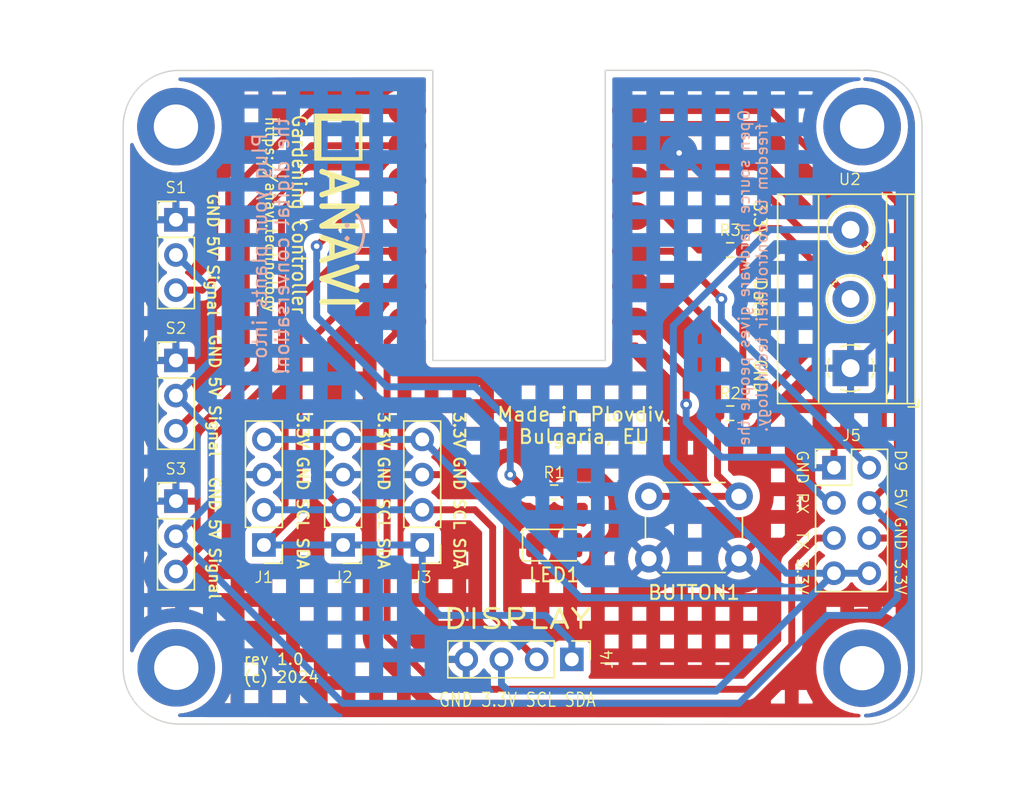
<source format=kicad_pcb>
(kicad_pcb (version 20211014) (generator pcbnew)
  (layers (0 "F.Cu" signal) (31 "B.Cu" signal) (34 "B.Paste" user) (35 "F.Paste" user) (36 "B.SilkS" user "B.Silkscreen") (37 "F.SilkS" user "F.Silkscreen") (38 "B.Mask" user) (39 "F.Mask" user) (44 "Edge.Cuts" user))
  (net 0 "")
  (net 1 "GND")
  (net 2 "Net-(D1-Pad2)")
  (net 3 "Net-(J1-Pad1)")
  (net 4 "Net-(J1-Pad2)")
  (net 5 "+3V3")
  (net 6 "Net-(U1-Pad10)")
  (net 7 "Net-(U1-Pad8)")
  (net 8 "Net-(U1-Pad7)")
  (net 9 "+5V")
  (net 10 "Net-(R1-Pad1)")
  (net 11 "Net-(R2-Pad1)")
  (net 12 "Net-(R3-Pad1)")
  (net 13 "Net-(S1-Pad3)")
  (net 14 "Net-(S2-Pad3)")
  (net 15 "Net-(S3-Pad3)")
  (footprint "Resistor_SMD:R_0603_1608Metric_Pad0.98x0.95mm_HandSolder" (layer "F.Cu") (at 164.465 57.785)
    (fp_text reference "R2" (at 0 -1.43) (layer "F.SilkS") (effects (font (size 0.8 0.8) (thickness 0.1))))
    (fp_text value "2K")
    (fp_line (start -0.254724 -0.5225) (end 0.254724 -0.5225) (layer "F.SilkS") (width 0.12))
    (fp_line (start -0.254724 0.5225) (end 0.254724 0.5225) (layer "F.SilkS") (width 0.12))
    (pad "1" smd roundrect (at -0.9125 0) (size 0.975 0.95) (layers "F.Cu" "F.Paste" "F.Mask") (net 11 "Net-(R2-Pad1)"))
    (pad "2" smd roundrect (at 0.9125 0) (size 0.975 0.95) (layers "F.Cu" "F.Paste" "F.Mask") (net 5 "+3V3"))
  )
  (footprint "Connector_PinHeader_2.54mm:PinHeader_1x04_P2.54mm_Vertical" (layer "F.Cu") (at 142.24 67.3 180)
    (fp_text reference "J3" (at 0 -2.33) (layer "F.SilkS") (effects (font (size 0.8 0.8) (thickness 0.1))))
    (fp_text value "Conn_01x04_Female" hide)
    (fp_line (start -1.33 -1.33) (end 0 -1.33) (layer "F.SilkS") (width 0.12))
    (fp_line (start -1.33 1.27) (end 1.33 1.27) (layer "F.SilkS") (width 0.12))
    (fp_line (start -1.33 1.27) (end -1.33 8.95) (layer "F.SilkS") (width 0.12))
    (fp_line (start 1.33 1.27) (end 1.33 8.95) (layer "F.SilkS") (width 0.12))
    (fp_line (start -1.33 0) (end -1.33 -1.33) (layer "F.SilkS") (width 0.12))
    (fp_line (start -1.33 8.95) (end 1.33 8.95) (layer "F.SilkS") (width 0.12))
    (pad "1" thru_hole rect (at 0 0 180) (size 1.7 1.7) (drill 1) (layers *.Cu *.Mask) (net 3 "Net-(J1-Pad1)"))
    (pad "2" thru_hole oval (at 0 2.54 180) (size 1.7 1.7) (drill 1) (layers *.Cu *.Mask) (net 4 "Net-(J1-Pad2)"))
    (pad "3" thru_hole oval (at 0 5.08 180) (size 1.7 1.7) (drill 1) (layers *.Cu *.Mask) (net 1 "GND"))
    (pad "4" thru_hole oval (at 0 7.62 180) (size 1.7 1.7) (drill 1) (layers *.Cu *.Mask) (net 5 "+3V3"))
  )
  (footprint "Connector_PinHeader_2.54mm:PinHeader_1x03_P2.54mm_Vertical" (layer "F.Cu") (at 124.46 43.815)
    (fp_text reference "S1" (at 0 -2.33) (layer "F.SilkS") (effects (font (size 0.8 0.8) (thickness 0.1))))
    (fp_text value "Conn_01x03_Male" hide)
    (fp_line (start -1.33 -1.33) (end 0 -1.33) (layer "F.SilkS") (width 0.12))
    (fp_line (start -1.33 6.41) (end 1.33 6.41) (layer "F.SilkS") (width 0.12))
    (fp_line (start 1.33 1.27) (end 1.33 6.41) (layer "F.SilkS") (width 0.12))
    (fp_line (start -1.33 0) (end -1.33 -1.33) (layer "F.SilkS") (width 0.12))
    (fp_line (start -1.33 1.27) (end -1.33 6.41) (layer "F.SilkS") (width 0.12))
    (fp_line (start -1.33 1.27) (end 1.33 1.27) (layer "F.SilkS") (width 0.12))
    (pad "1" thru_hole rect (at 0 0) (size 1.7 1.7) (drill 1) (layers *.Cu *.Mask) (net 1 "GND"))
    (pad "2" thru_hole oval (at 0 2.54) (size 1.7 1.7) (drill 1) (layers *.Cu *.Mask) (net 9 "+5V"))
    (pad "3" thru_hole oval (at 0 5.08) (size 1.7 1.7) (drill 1) (layers *.Cu *.Mask) (net 13 "Net-(S1-Pad3)"))
  )
  (footprint "Resistor_SMD:R_0603_1608Metric_Pad0.98x0.95mm_HandSolder" (layer "F.Cu") (at 151.765 63.5)
    (fp_text reference "R1" (at 0 -1.43) (layer "F.SilkS") (effects (font (size 0.8 0.8) (thickness 0.1))))
    (fp_text value "68R")
    (fp_line (start -0.254724 0.5225) (end 0.254724 0.5225) (layer "F.SilkS") (width 0.12))
    (fp_line (start -0.254724 -0.5225) (end 0.254724 -0.5225) (layer "F.SilkS") (width 0.12))
    (pad "1" smd roundrect (at -0.9125 0) (size 0.975 0.95) (layers "F.Cu" "F.Paste" "F.Mask") (net 10 "Net-(R1-Pad1)"))
    (pad "2" smd roundrect (at 0.9125 0) (size 0.975 0.95) (layers "F.Cu" "F.Paste" "F.Mask") (net 2 "Net-(D1-Pad2)"))
  )
  (footprint "MountingHole:MountingHole_3.2mm_M3_DIN965_Pad" (layer "F.Cu") (at 124.4854 76.1746)
    (fp_text reference "REF**" hide)
    (fp_text value "MountingHole_3.2mm_M3_DIN965_Pad" hide)
    (pad "4" thru_hole circle (at 0 0) (size 5.6 5.6) (drill 3.2) (layers *.Cu *.Mask))
  )
  (footprint "xiao ESP32C3_PCB:MOUDLE14P-SMD-2.54-21X17.8MM" (layer "F.Cu") (at 140.314 54.04525)
    (fp_text reference "U1" hide)
    (fp_text value "MOUDLE-SEEEDUINO-XIAO-ESP32C3")
    (pad "1" smd roundrect (at 0.835 -18.12) (size 2.75 2) (layers "F.Cu" "F.Paste" "F.Mask") (roundrect_rratio 0.5) (net 13 "Net-(S1-Pad3)"))
    (pad "2" smd roundrect (at 0.835 -15.58) (size 2.75 2) (layers "F.Cu" "F.Paste" "F.Mask") (roundrect_rratio 0.5) (net 14 "Net-(S2-Pad3)"))
    (pad "3" smd roundrect (at 0.835 -13.04) (size 2.75 2) (layers "F.Cu" "F.Paste" "F.Mask") (roundrect_rratio 0.5) (net 15 "Net-(S3-Pad3)"))
    (pad "4" smd roundrect (at 0.835 -10.5) (size 2.75 2) (layers "F.Cu" "F.Paste" "F.Mask") (roundrect_rratio 0.5) (net 10 "Net-(R1-Pad1)"))
    (pad "5" smd roundrect (at 0.835 -7.96) (size 2.75 2) (layers "F.Cu" "F.Paste" "F.Mask") (roundrect_rratio 0.5) (net 3 "Net-(J1-Pad1)"))
    (pad "6" smd roundrect (at 0.835 -5.42) (size 2.75 2) (layers "F.Cu" "F.Paste" "F.Mask") (roundrect_rratio 0.5) (net 4 "Net-(J1-Pad2)"))
    (pad "7" smd roundrect (at 0.835 -2.88) (size 2.75 2) (layers "F.Cu" "F.Paste" "F.Mask") (roundrect_rratio 0.5) (net 8 "Net-(U1-Pad7)"))
    (pad "8" smd roundrect (at 17 -2.88) (size 2.75 2) (layers "F.Cu" "F.Paste" "F.Mask") (roundrect_rratio 0.5) (net 7 "Net-(U1-Pad8)"))
    (pad "9" smd roundrect (at 17 -5.42) (size 2.75 2) (layers "F.Cu" "F.Paste" "F.Mask") (roundrect_rratio 0.5) (net 11 "Net-(R2-Pad1)"))
    (pad "10" smd roundrect (at 17 -7.96) (size 2.75 2) (layers "F.Cu" "F.Paste" "F.Mask") (roundrect_rratio 0.5) (net 6 "Net-(U1-Pad10)"))
    (pad "11" smd roundrect (at 17 -10.5) (size 2.75 2) (layers "F.Cu" "F.Paste" "F.Mask") (roundrect_rratio 0.5) (net 12 "Net-(R3-Pad1)"))
    (pad "12" smd roundrect (at 17 -13.04) (size 2.75 2) (layers "F.Cu" "F.Paste" "F.Mask") (roundrect_rratio 0.5) (net 5 "+3V3"))
    (pad "13" smd roundrect (at 17 -15.58) (size 2.75 2) (layers "F.Cu" "F.Paste" "F.Mask") (roundrect_rratio 0.5) (net 1 "GND"))
    (pad "14" smd roundrect (at 17 -18.12) (size 2.75 2) (layers "F.Cu" "F.Paste" "F.Mask") (roundrect_rratio 0.5) (net 9 "+5V"))
    (zone (net 0) (net_name "") (layer "F.Cu") (connect_pads (clearance 0)) (min_thickness 0.01)
      (keepout (tracks not_allowed) (vias not_allowed) (pads not_allowed) (copperpour not_allowed) (footprints allowed))
      (fill (thermal_gap 0.508) (thermal_bridge_width 0.508))
      (polygon (pts (xy 152.633 32.96325) (xy 154.411 32.96325) (xy 154.411 35.63025) (xy 152.633 35.63025)))
    )
    (zone (net 0) (net_name "") (layer "F.Cu") (connect_pads (clearance 0)) (min_thickness 0.01)
      (keepout (tracks not_allowed) (vias not_allowed) (pads not_allowed) (copperpour not_allowed) (footprints allowed))
      (fill (thermal_gap 0.508) (thermal_bridge_width 0.508))
      (polygon (pts (xy 143.997 37.02725) (xy 145.775 37.02725) (xy 145.775 39.69425) (xy 143.997 39.69425)))
    )
    (zone (net 0) (net_name "") (layer "F.Cu") (connect_pads (clearance 0)) (min_thickness 0.01)
      (keepout (tracks not_allowed) (vias not_allowed) (pads not_allowed) (copperpour not_allowed) (footprints allowed))
      (fill (thermal_gap 0.508) (thermal_bridge_width 0.508))
      (polygon (pts (xy 146.664 33.72525) (xy 151.871 33.72525) (xy 151.871 40.71025) (xy 146.664 40.71025)))
    )
    (zone (net 0) (net_name "") (layer "F.Cu") (connect_pads (clearance 0)) (min_thickness 0.01)
      (keepout (tracks not_allowed) (vias not_allowed) (pads not_allowed) (copperpour not_allowed) (footprints allowed))
      (fill (thermal_gap 0.508) (thermal_bridge_width 0.508))
      (polygon (pts (xy 152.633 37.02725) (xy 154.411 37.02725) (xy 154.411 39.69425) (xy 152.633 39.69425)))
    )
    (zone (net 0) (net_name "") (layer "F.Cu") (connect_pads (clearance 0)) (min_thickness 0.01)
      (keepout (tracks not_allowed) (vias not_allowed) (pads not_allowed) (copperpour not_allowed) (footprints allowed))
      (fill (thermal_gap 0.508) (thermal_bridge_width 0.508))
      (polygon (pts (xy 146.664 50.87025) (xy 152.379 50.87025) (xy 152.379 53.41025) (xy 146.664 53.41025)))
    )
    (zone (net 0) (net_name "") (layer "F.Cu") (connect_pads (clearance 0)) (min_thickness 0.01)
      (keepout (tracks not_allowed) (vias not_allowed) (pads not_allowed) (copperpour not_allowed) (footprints allowed))
      (fill (thermal_gap 0.508) (thermal_bridge_width 0.508))
      (polygon (pts (xy 150.093 42.74225) (xy 153.141 42.74225) (xy 153.141 45.79025) (xy 150.093 45.79025)))
    )
    (zone (net 0) (net_name "") (layer "F.Cu") (connect_pads (clearance 0)) (min_thickness 0.01)
      (keepout (tracks not_allowed) (vias not_allowed) (pads not_allowed) (copperpour not_allowed) (footprints allowed))
      (fill (thermal_gap 0.508) (thermal_bridge_width 0.508))
      (polygon (pts (xy 143.997 32.96325) (xy 145.775 32.96325) (xy 145.775 35.63025) (xy 143.997 35.63025)))
    )
    (zone (net 0) (net_name "") (layer "F.Cu") (connect_pads (clearance 0)) (min_thickness 0.01)
      (keepout (tracks not_allowed) (vias not_allowed) (pads not_allowed) (copperpour not_allowed) (footprints allowed))
      (fill (thermal_gap 0.508) (thermal_bridge_width 0.508))
      (polygon (pts (xy 143.2985 41.28175) (xy 146.2195 41.28175) (xy 146.2195 43.31375) (xy 143.2985 43.31375)))
    )
  )
  (footprint "Connector_PinHeader_2.54mm:PinHeader_2x04_P2.54mm_Vertical" (layer "F.Cu") (at 171.958 61.722)
    (fp_text reference "J5" (at 1.27 -2.33) (layer "F.SilkS") (effects (font (size 0.8 0.8) (thickness 0.1))))
    (fp_text value "Conn_02x04_Odd_Even" hide)
    (fp_line (start 3.87 -1.33) (end 3.87 8.95) (layer "F.SilkS") (width 0.12))
    (fp_line (start -1.33 1.27) (end -1.33 8.95) (layer "F.SilkS") (width 0.12))
    (fp_line (start -1.33 -1.33) (end 0 -1.33) (layer "F.SilkS") (width 0.12))
    (fp_line (start 1.27 1.27) (end 1.27 -1.33) (layer "F.SilkS") (width 0.12))
    (fp_line (start 1.27 -1.33) (end 3.87 -1.33) (layer "F.SilkS") (width 0.12))
    (fp_line (start -1.33 8.95) (end 3.87 8.95) (layer "F.SilkS") (width 0.12))
    (fp_line (start -1.33 1.27) (end 1.27 1.27) (layer "F.SilkS") (width 0.12))
    (fp_line (start -1.33 0) (end -1.33 -1.33) (layer "F.SilkS") (width 0.12))
    (pad "1" thru_hole rect (at 0 0) (size 1.7 1.7) (drill 1) (layers *.Cu *.Mask) (net 1 "GND"))
    (pad "2" thru_hole oval (at 2.54 0) (size 1.7 1.7) (drill 1) (layers *.Cu *.Mask) (net 6 "Net-(U1-Pad10)"))
    (pad "3" thru_hole oval (at 0 2.54) (size 1.7 1.7) (drill 1) (layers *.Cu *.Mask) (net 7 "Net-(U1-Pad8)"))
    (pad "4" thru_hole oval (at 2.54 2.54) (size 1.7 1.7) (drill 1) (layers *.Cu *.Mask) (net 9 "+5V"))
    (pad "5" thru_hole oval (at 0 5.08) (size 1.7 1.7) (drill 1) (layers *.Cu *.Mask) (net 8 "Net-(U1-Pad7)"))
    (pad "6" thru_hole oval (at 2.54 5.08) (size 1.7 1.7) (drill 1) (layers *.Cu *.Mask) (net 1 "GND"))
    (pad "7" thru_hole oval (at 0 7.62) (size 1.7 1.7) (drill 1) (layers *.Cu *.Mask) (net 5 "+3V3"))
    (pad "8" thru_hole oval (at 2.54 7.62) (size 1.7 1.7) (drill 1) (layers *.Cu *.Mask) (net 5 "+3V3"))
  )
  (footprint "TerminalBlock_Phoenix:TerminalBlock_Phoenix_MKDS-1,5-3_1x03_P5.00mm_Horizontal" (layer "F.Cu") (at 173.152 54.53 90)
    (fp_text reference "U2" (at 13.636 -0.051 180) (layer "F.SilkS") (effects (font (size 0.8 0.8) (thickness 0.1))))
    (fp_text value "DS18B20")
    (fp_line (start 8.773 1.023) (end 8.726 1.069) (layer "F.SilkS") (width 0.12))
    (fp_line (start 8.966 1.239) (end 8.931 1.274) (layer "F.SilkS") (width 0.12))
    (fp_line (start 3.966 1.239) (end 3.931 1.274) (layer "F.SilkS") (width 0.12))
    (fp_line (start 11.275 -1.069) (end 11.228 -1.023) (layer "F.SilkS") (width 0.12))
    (fp_line (start 6.07 -1.275) (end 6.035 -1.239) (layer "F.SilkS") (width 0.12))
    (fp_line (start -2.8 4.9) (end -2.3 4.9) (layer "F.SilkS") (width 0.12))
    (fp_line (start 12.56 -5.261) (end 12.56 4.66) (layer "F.SilkS") (width 0.12))
    (fp_line (start 6.275 -1.069) (end 6.228 -1.023) (layer "F.SilkS") (width 0.12))
    (fp_line (start -2.56 -5.261) (end -2.56 4.66) (layer "F.SilkS") (width 0.12))
    (fp_line (start -2.8 4.16) (end -2.8 4.9) (layer "F.SilkS") (width 0.12))
    (fp_line (start -2.56 -5.261) (end 12.56 -5.261) (layer "F.SilkS") (width 0.12))
    (fp_line (start -2.56 -2.301) (end 12.56 -2.301) (layer "F.SilkS") (width 0.12))
    (fp_line (start -2.56 4.66) (end 12.56 4.66) (layer "F.SilkS") (width 0.12))
    (fp_line (start 11.07 -1.275) (end 11.035 -1.239) (layer "F.SilkS") (width 0.12))
    (fp_line (start -2.56 2.6) (end 12.56 2.6) (layer "F.SilkS") (width 0.12))
    (fp_line (start 3.773 1.023) (end 3.726 1.069) (layer "F.SilkS") (width 0.12))
    (fp_line (start -2.56 4.1) (end 12.56 4.1) (layer "F.SilkS") (width 0.12))
    (fp_arc (start 0.683318 1.534756) (mid 0.349292 1.643288) (end 0 1.68) (layer "F.SilkS") (width 0.12))
    (fp_arc (start -0.683042 -1.535427) (mid 0.000524 -1.680501) (end 0.684 -1.535) (layer "F.SilkS") (width 0.12))
    (fp_arc (start 1.535427 -0.683042) (mid 1.680501 0.000524) (end 1.535 0.684) (layer "F.SilkS") (width 0.12))
    (fp_arc (start -1.535427 0.683042) (mid -1.680501 -0.000524) (end -1.535 -0.684) (layer "F.SilkS") (width 0.12))
    (fp_arc (start 0.028805 1.680253) (mid -0.335551 1.646659) (end -0.684 1.535) (layer "F.SilkS") (width 0.12))
    (fp_circle (center 10 0) (end 11.68 0) (layer "F.SilkS") (width 0.12) (fill none))
    (fp_circle (center 5 0) (end 6.68 0) (layer "F.SilkS") (width 0.12) (fill none))
    (pad "1" thru_hole rect (at 0 0 90) (size 2.6 2.6) (drill 1.3) (layers *.Cu *.Mask) (net 1 "GND"))
    (pad "2" thru_hole circle (at 5 0 90) (size 2.6 2.6) (drill 1.3) (layers *.Cu *.Mask) (net 12 "Net-(R3-Pad1)"))
    (pad "3" thru_hole circle (at 10 0 90) (size 2.6 2.6) (drill 1.3) (layers *.Cu *.Mask) (net 5 "+3V3"))
  )
  (footprint "Connector_PinHeader_2.54mm:PinHeader_1x04_P2.54mm_Vertical" (layer "F.Cu") (at 153.035 75.565 -90)
    (fp_text reference "J4" (at 0 -2.54 90) (layer "F.SilkS") (effects (font (size 0.8 0.8) (thickness 0.1))))
    (fp_text value "Conn_01x04_Female" hide)
    (fp_line (start -1.33 8.95) (end 1.33 8.95) (layer "F.SilkS") (width 0.12))
    (fp_line (start -1.33 0) (end -1.33 -1.33) (layer "F.SilkS") (width 0.12))
    (fp_line (start 1.33 1.27) (end 1.33 8.95) (layer "F.SilkS") (width 0.12))
    (fp_line (start -1.33 -1.33) (end 0 -1.33) (layer "F.SilkS") (width 0.12))
    (fp_line (start -1.33 1.27) (end -1.33 8.95) (layer "F.SilkS") (width 0.12))
    (fp_line (start -1.33 1.27) (end 1.33 1.27) (layer "F.SilkS") (width 0.12))
    (pad "1" thru_hole rect (at 0 0 270) (size 1.7 1.7) (drill 1) (layers *.Cu *.Mask) (net 3 "Net-(J1-Pad1)"))
    (pad "2" thru_hole oval (at 0 2.54 270) (size 1.7 1.7) (drill 1) (layers *.Cu *.Mask) (net 4 "Net-(J1-Pad2)"))
    (pad "3" thru_hole oval (at 0 5.08 270) (size 1.7 1.7) (drill 1) (layers *.Cu *.Mask) (net 5 "+3V3"))
    (pad "4" thru_hole oval (at 0 7.62 270) (size 1.7 1.7) (drill 1) (layers *.Cu *.Mask) (net 1 "GND"))
  )
  (footprint "Connector_PinHeader_2.54mm:PinHeader_1x03_P2.54mm_Vertical" (layer "F.Cu") (at 124.46 53.975)
    (fp_text reference "S2" (at 0 -2.33) (layer "F.SilkS") (effects (font (size 0.8 0.8) (thickness 0.1))))
    (fp_text value "Conn_01x03_Male" hide)
    (fp_line (start -1.33 1.27) (end 1.33 1.27) (layer "F.SilkS") (width 0.12))
    (fp_line (start -1.33 0) (end -1.33 -1.33) (layer "F.SilkS") (width 0.12))
    (fp_line (start 1.33 1.27) (end 1.33 6.41) (layer "F.SilkS") (width 0.12))
    (fp_line (start -1.33 1.27) (end -1.33 6.41) (layer "F.SilkS") (width 0.12))
    (fp_line (start -1.33 -1.33) (end 0 -1.33) (layer "F.SilkS") (width 0.12))
    (fp_line (start -1.33 6.41) (end 1.33 6.41) (layer "F.SilkS") (width 0.12))
    (pad "1" thru_hole rect (at 0 0) (size 1.7 1.7) (drill 1) (layers *.Cu *.Mask) (net 1 "GND"))
    (pad "2" thru_hole oval (at 0 2.54) (size 1.7 1.7) (drill 1) (layers *.Cu *.Mask) (net 9 "+5V"))
    (pad "3" thru_hole oval (at 0 5.08) (size 1.7 1.7) (drill 1) (layers *.Cu *.Mask) (net 14 "Net-(S2-Pad3)"))
  )
  (footprint "Button_Switch_THT:SW_PUSH_6mm_H4.3mm" (layer "F.Cu") (at 165.1 68.29 180)
    (fp_text reference "BUTTON1" (at 3.25 -2.449) (layer "F.SilkS"))
    (fp_text value "SW_DIP_x01" hide)
    (fp_line (start 1 5.5) (end 5.5 5.5) (layer "F.SilkS") (width 0.12))
    (fp_line (start -0.25 1.5) (end -0.25 3) (layer "F.SilkS") (width 0.12))
    (fp_line (start 5.5 -1) (end 1 -1) (layer "F.SilkS") (width 0.12))
    (fp_line (start 6.75 3) (end 6.75 1.5) (layer "F.SilkS") (width 0.12))
    (pad "1" thru_hole circle (at 0 0 270) (size 2 2) (drill 1.1) (layers *.Cu *.Mask) (net 1 "GND"))
    (pad "1" thru_hole circle (at 6.5 0 270) (size 2 2) (drill 1.1) (layers *.Cu *.Mask) (net 1 "GND"))
    (pad "2" thru_hole circle (at 6.5 4.5 270) (size 2 2) (drill 1.1) (layers *.Cu *.Mask) (net 11 "Net-(R2-Pad1)"))
    (pad "2" thru_hole circle (at 0 4.5 270) (size 2 2) (drill 1.1) (layers *.Cu *.Mask) (net 11 "Net-(R2-Pad1)"))
  )
  (footprint "Connector_PinHeader_2.54mm:PinHeader_1x04_P2.54mm_Vertical" (layer "F.Cu") (at 130.81 67.3 180)
    (fp_text reference "J1" (at 0 -2.33) (layer "F.SilkS") (effects (font (size 0.8 0.8) (thickness 0.1))))
    (fp_text value "Conn_01x04_Female" hide)
    (fp_line (start -1.33 8.95) (end 1.33 8.95) (layer "F.SilkS") (width 0.12))
    (fp_line (start -1.33 -1.33) (end 0 -1.33) (layer "F.SilkS") (width 0.12))
    (fp_line (start -1.33 1.27) (end 1.33 1.27) (layer "F.SilkS") (width 0.12))
    (fp_line (start 1.33 1.27) (end 1.33 8.95) (layer "F.SilkS") (width 0.12))
    (fp_line (start -1.33 0) (end -1.33 -1.33) (layer "F.SilkS") (width 0.12))
    (fp_line (start -1.33 1.27) (end -1.33 8.95) (layer "F.SilkS") (width 0.12))
    (pad "1" thru_hole rect (at 0 0 180) (size 1.7 1.7) (drill 1) (layers *.Cu *.Mask) (net 3 "Net-(J1-Pad1)"))
    (pad "2" thru_hole oval (at 0 2.54 180) (size 1.7 1.7) (drill 1) (layers *.Cu *.Mask) (net 4 "Net-(J1-Pad2)"))
    (pad "3" thru_hole oval (at 0 5.08 180) (size 1.7 1.7) (drill 1) (layers *.Cu *.Mask) (net 1 "GND"))
    (pad "4" thru_hole oval (at 0 7.62 180) (size 1.7 1.7) (drill 1) (layers *.Cu *.Mask) (net 5 "+3V3"))
  )
  (footprint "MountingHole:MountingHole_3.2mm_M3_DIN965_Pad" (layer "F.Cu") (at 124.46 37.084)
    (fp_text reference "REF**" hide)
    (fp_text value "MountingHole_3.2mm_M3_DIN965_Pad" hide)
    (pad "1" thru_hole circle (at 0 0) (size 5.6 5.6) (drill 3.2) (layers *.Cu *.Mask))
  )
  (footprint "Resistor_SMD:R_0603_1608Metric_Pad0.98x0.95mm_HandSolder" (layer "F.Cu") (at 164.465 45.9975)
    (fp_text reference "R3" (at 0 -1.43) (layer "F.SilkS") (effects (font (size 0.8 0.8) (thickness 0.1))))
    (fp_text value "4,7K")
    (fp_line (start -0.254724 0.5225) (end 0.254724 0.5225) (layer "F.SilkS") (width 0.12))
    (fp_line (start -0.254724 -0.5225) (end 0.254724 -0.5225) (layer "F.SilkS") (width 0.12))
    (pad "1" smd roundrect (at -0.9125 0) (size 0.975 0.95) (layers "F.Cu" "F.Paste" "F.Mask") (net 12 "Net-(R3-Pad1)"))
    (pad "2" smd roundrect (at 0.9125 0) (size 0.975 0.95) (layers "F.Cu" "F.Paste" "F.Mask") (net 5 "+3V3"))
  )
  (footprint "MountingHole:MountingHole_3.2mm_M3_DIN965_Pad" (layer "F.Cu") (at 173.99 37.084)
    (fp_text reference "REF**" hide)
    (fp_text value "MountingHole_3.2mm_M3_DIN965_Pad" hide)
    (pad "2" thru_hole circle (at 0 0) (size 5.6 5.6) (drill 3.2) (layers *.Cu *.Mask))
  )
  (footprint "logo:anavi-logo" (layer "F.Cu") (at 136.144 37.846 -90)
    (fp_text reference "G***" hide)
    (fp_text value "LOGO" hide)
    (fp_poly (pts (xy 1.693334 1.693334) (xy -1.693333 1.693334) (xy -1.693333 -1.524) (xy -1.185333 -1.524) (xy -1.185333 1.185334) (xy 1.439334 1.185334) (xy 1.439334 -1.524) (xy -1.185333 -1.524) (xy -1.693333 -1.524) (xy -1.693333 -1.778) (xy 1.693334 -1.778) (xy 1.693334 1.693334)) (layer "F.SilkS") (width 0.01) (fill solid))
  )
  (footprint "MountingHole:MountingHole_3.2mm_M3_DIN965_Pad" (layer "F.Cu") (at 173.99 76.2)
    (fp_text reference "REF**" hide)
    (fp_text value "MountingHole_3.2mm_M3_DIN965_Pad" hide)
    (pad "3" thru_hole circle (at 0 0) (size 5.6 5.6) (drill 3.2) (layers *.Cu *.Mask))
  )
  (footprint "Connector_PinHeader_2.54mm:PinHeader_1x03_P2.54mm_Vertical" (layer "F.Cu") (at 124.46 64.135)
    (fp_text reference "S3" (at 0 -2.33) (layer "F.SilkS") (effects (font (size 0.8 0.8) (thickness 0.1))))
    (fp_text value "Conn_01x03_Male" hide)
    (fp_line (start -1.33 6.41) (end 1.33 6.41) (layer "F.SilkS") (width 0.12))
    (fp_line (start -1.33 -1.33) (end 0 -1.33) (layer "F.SilkS") (width 0.12))
    (fp_line (start -1.33 1.27) (end -1.33 6.41) (layer "F.SilkS") (width 0.12))
    (fp_line (start -1.33 0) (end -1.33 -1.33) (layer "F.SilkS") (width 0.12))
    (fp_line (start 1.33 1.27) (end 1.33 6.41) (layer "F.SilkS") (width 0.12))
    (fp_line (start -1.33 1.27) (end 1.33 1.27) (layer "F.SilkS") (width 0.12))
    (pad "1" thru_hole rect (at 0 0) (size 1.7 1.7) (drill 1) (layers *.Cu *.Mask) (net 1 "GND"))
    (pad "2" thru_hole oval (at 0 2.54) (size 1.7 1.7) (drill 1) (layers *.Cu *.Mask) (net 9 "+5V"))
    (pad "3" thru_hole oval (at 0 5.08) (size 1.7 1.7) (drill 1) (layers *.Cu *.Mask) (net 15 "Net-(S3-Pad3)"))
  )
  (footprint "LED_SMD:LED_1206_3216Metric" (layer "F.Cu") (at 151.765 67.31)
    (fp_text reference "LED1" (at 0 2.159) (layer "F.SilkS"))
    (fp_text value "LED")
    (fp_line (start -2.285 -1.135) (end -2.285 1.135) (layer "F.SilkS") (width 0.12))
    (fp_line (start 1.6 -1.135) (end -2.285 -1.135) (layer "F.SilkS") (width 0.12))
    (fp_line (start -2.285 1.135) (end 1.6 1.135) (layer "F.SilkS") (width 0.12))
    (pad "1" smd roundrect (at -1.4 0) (size 1.25 1.75) (layers "F.Cu" "F.Paste" "F.Mask") (roundrect_rratio 0.2) (net 1 "GND"))
    (pad "2" smd roundrect (at 1.4 0) (size 1.25 1.75) (layers "F.Cu" "F.Paste" "F.Mask") (roundrect_rratio 0.2) (net 2 "Net-(D1-Pad2)"))
  )
  (footprint "Connector_PinHeader_2.54mm:PinHeader_1x04_P2.54mm_Vertical" (layer "F.Cu") (at 136.525 67.3 180)
    (fp_text reference "J2" (at 0 -2.33) (layer "F.SilkS") (effects (font (size 0.8 0.8) (thickness 0.1))))
    (fp_text value "Conn_01x04_Female" hide)
    (fp_line (start -1.33 -1.33) (end 0 -1.33) (layer "F.SilkS") (width 0.12))
    (fp_line (start -1.33 8.95) (end 1.33 8.95) (layer "F.SilkS") (width 0.12))
    (fp_line (start 1.33 1.27) (end 1.33 8.95) (layer "F.SilkS") (width 0.12))
    (fp_line (start -1.33 0) (end -1.33 -1.33) (layer "F.SilkS") (width 0.12))
    (fp_line (start -1.33 1.27) (end -1.33 8.95) (layer "F.SilkS") (width 0.12))
    (fp_line (start -1.33 1.27) (end 1.33 1.27) (layer "F.SilkS") (width 0.12))
    (pad "1" thru_hole rect (at 0 0 180) (size 1.7 1.7) (drill 1) (layers *.Cu *.Mask) (net 3 "Net-(J1-Pad1)"))
    (pad "2" thru_hole oval (at 0 2.54 180) (size 1.7 1.7) (drill 1) (layers *.Cu *.Mask) (net 4 "Net-(J1-Pad2)"))
    (pad "3" thru_hole oval (at 0 5.08 180) (size 1.7 1.7) (drill 1) (layers *.Cu *.Mask) (net 1 "GND"))
    (pad "4" thru_hole oval (at 0 7.62 180) (size 1.7 1.7) (drill 1) (layers *.Cu *.Mask) (net 5 "+3V3"))
  )
  (gr_line (start 124.714 80.2386) (end 174.244 80.264) (layer "Edge.Cuts") (width 0.1))
  (gr_line (start 143.002 53.975) (end 155.448 53.975) (layer "Edge.Cuts") (width 0.1))
  (gr_line (start 173.99 33.020001) (end 155.448 33.02) (layer "Edge.Cuts") (width 0.1))
  (gr_line (start 155.448 53.975) (end 155.448 33.02) (layer "Edge.Cuts") (width 0.1))
  (gr_arc (start 173.99 33.020001) (mid 177.03204 34.116267) (end 178.315929 37.084) (layer "Edge.Cuts") (width 0.1))
  (gr_arc (start 178.308 76.2) (mid 177.117682 79.073682) (end 174.244 80.264) (layer "Edge.Cuts") (width 0.1))
  (gr_arc (start 124.714 80.2386) (mid 121.840318 79.048282) (end 120.65 76.1746) (layer "Edge.Cuts") (width 0.1))
  (gr_arc (start 120.65 37.084) (mid 121.752046 34.301388) (end 124.460495 33.027914) (layer "Edge.Cuts") (width 0.1))
  (gr_line (start 178.308 76.2) (end 178.315929 37.084) (layer "Edge.Cuts") (width 0.1))
  (gr_line (start 124.460495 33.027914) (end 143.002 33.02) (layer "Edge.Cuts") (width 0.1))
  (gr_line (start 120.65 76.1746) (end 120.65 37.084) (layer "Edge.Cuts") (width 0.1))
  (gr_line (start 143.002 33.02) (end 143.002 53.975) (layer "Edge.Cuts") (width 0.1))
  (gr_text "Plug your plants into\nthe digital conversation!" (at 131.318 45.72 90) (layer "B.SilkS") (effects (font (size 1 1)) (justify mirror)))
  (gr_text "Open source hardware gives people the\nfreedom to control their technology." (at 166.116 48.006 90) (layer "B.SilkS") (effects (font (size 0.8 0.8) (thickness 0.12)) (justify mirror)))
  (gr_text ":)" (at 137.414 44.958 180) (layer "B.SilkS") (effects (font (size 1.8 1.8) (thickness 0.2)) (justify mirror)))
  (gr_text "Gardening Controller" (at 133.35 43.434 270) (layer "F.SilkS") (effects (font (size 1 0.92))))
  (gr_text "3.3V GND SCL SDA" (at 133.604 63.373 -90) (layer "F.SilkS") (effects (font (size 0.8 0.8))))
  (gr_text "rev 1.0\n(c) 2024" (at 129.286 76.2) (layer "F.SilkS") (effects (font (size 0.8 0.8) (thickness 0.12)) (justify left)))
  (gr_text "GND 5V Signal" (at 127.254 56.515 -90) (layer "F.SilkS") (effects (font (size 0.8 0.8))))
  (gr_text "GND 5V Signal" (at 127.127 46.355 -90) (layer "F.SilkS") (effects (font (size 0.8 0.8))))
  (gr_text "https://anavi.technology" (at 131.318 43.434 270) (layer "F.SilkS") (effects (font (size 0.8 0.75) (thickness 0.12))))
  (gr_text "3.3V GND SCL SDA" (at 139.446 63.373 -90) (layer "F.SilkS") (effects (font (size 0.8 0.8))))
  (gr_text "GND RX  TX 3.3V" (at 169.672 65.659 -90) (layer "F.SilkS") (effects (font (size 0.8 0.8) (thickness 0.1))))
  (gr_text "ANAVI" (at 136.144 45.212 270) (layer "F.SilkS") (effects (font (size 2.5 2.5) (thickness 0.4))))
  (gr_text "D9  5V GND 3.3V" (at 176.7586 65.659 -90) (layer "F.SilkS") (effects (font (size 0.8 0.8) (thickness 0.1))))
  (gr_text "GND 3.3V SCL SDA" (at 149.098 78.486) (layer "F.SilkS") (effects (font (size 1 0.8) (thickness 0.1))))
  (gr_text "3.3V     Data     GND" (at 166.624 49.403 -90) (layer "F.SilkS") (effects (font (size 0.9 0.8) (thickness 0.12))))
  (gr_text "3.3V GND SCL SDA" (at 144.907 63.373 -90) (layer "F.SilkS") (effects (font (size 0.8 0.8))))
  (gr_text "Made in Plovdiv,\nBulgaria, EU" (at 153.924 58.674) (layer "F.SilkS") (effects (font (size 1 1))))
  (gr_text "DISPLAY" (at 149.098 72.644) (layer "F.SilkS") (effects (font (size 1.4 1.8) (thickness 0.2))))
  (gr_text "GND 5V Signal" (at 127.254 66.802 -90) (layer "F.SilkS") (effects (font (size 0.8 0.8))))
  (segment (start 160.25825 38.46525) (end 160.782 38.989) (width 0.5) (layer "F.Cu") (net 1))
  (segment (start 157.314 38.46525) (end 160.25825 38.46525) (width 0.5) (layer "F.Cu") (net 1))
  (via (at 160.782 38.989) (size 0.85) (drill 0.4) (layers "F.Cu" "B.Cu") (net 1))
  (segment (start 176.784 43.942) (end 174.625 41.783) (width 0.5) (layer "B.Cu") (net 1))
  (segment (start 173.152 54.53) (end 176.784 50.898) (width 0.5) (layer "B.Cu") (net 1))
  (segment (start 176.784 50.898) (end 176.784 43.942) (width 0.5) (layer "B.Cu") (net 1))
  (segment (start 174.625 41.783) (end 163.576 41.783) (width 0.5) (layer "B.Cu") (net 1))
  (segment (start 163.576 41.783) (end 160.782 38.989) (width 0.5) (layer "B.Cu") (net 1))
  (segment (start 154.305 63.5) (end 152.6775 63.5) (width 0.5) (layer "F.Cu") (net 2))
  (segment (start 153.165 67.31) (end 153.67 67.31) (width 0.5) (layer "F.Cu") (net 2))
  (segment (start 154.94 66.04) (end 154.94 64.135) (width 0.5) (layer "F.Cu") (net 2))
  (segment (start 154.94 64.135) (end 154.305 63.5) (width 0.5) (layer "F.Cu") (net 2))
  (segment (start 153.67 67.31) (end 154.94 66.04) (width 0.5) (layer "F.Cu") (net 2))
  (segment (start 133.35 49.53) (end 136.79475 46.08525) (width 0.5) (layer "F.Cu") (net 3))
  (segment (start 136.79475 46.08525) (end 141.149 46.08525) (width 0.5) (layer "F.Cu") (net 3))
  (segment (start 130.81 67.3) (end 133.35 64.76) (width 0.5) (layer "F.Cu") (net 3))
  (segment (start 133.35 64.76) (end 133.35 49.53) (width 0.5) (layer "F.Cu") (net 3))
  (segment (start 153.035 74.295) (end 153.035 75.565) (width 0.5) (layer "B.Cu") (net 3))
  (segment (start 142.24 67.3) (end 142.24 71.12) (width 0.5) (layer "B.Cu") (net 3))
  (segment (start 142.24 71.12) (end 143.51 72.39) (width 0.5) (layer "B.Cu") (net 3))
  (segment (start 151.13 72.39) (end 153.035 74.295) (width 0.5) (layer "B.Cu") (net 3))
  (segment (start 136.525 67.3) (end 142.24 67.3) (width 0.5) (layer "B.Cu") (net 3))
  (segment (start 130.81 67.3) (end 136.525 67.3) (width 0.5) (layer "B.Cu") (net 3))
  (segment (start 143.51 72.39) (end 151.13 72.39) (width 0.5) (layer "B.Cu") (net 3))
  (segment (start 134.62 62.855) (end 134.62 52.07) (width 0.5) (layer "F.Cu") (net 4))
  (segment (start 146.04 64.76) (end 147.32 66.04) (width 0.5) (layer "F.Cu") (net 4))
  (segment (start 147.32 66.04) (end 147.32 72.39) (width 0.5) (layer "F.Cu") (net 4))
  (segment (start 136.525 64.76) (end 134.62 62.855) (width 0.5) (layer "F.Cu") (net 4))
  (segment (start 134.62 52.07) (end 138.06475 48.62525) (width 0.5) (layer "F.Cu") (net 4))
  (segment (start 147.32 72.39) (end 150.495 75.565) (width 0.5) (layer "F.Cu") (net 4))
  (segment (start 142.24 64.76) (end 146.04 64.76) (width 0.5) (layer "F.Cu") (net 4))
  (segment (start 138.06475 48.62525) (end 141.149 48.62525) (width 0.5) (layer "F.Cu") (net 4))
  (segment (start 136.525 64.76) (end 142.24 64.76) (width 0.5) (layer "B.Cu") (net 4))
  (segment (start 130.81 64.76) (end 136.525 64.76) (width 0.5) (layer "B.Cu") (net 4))
  (segment (start 173.99 52.07) (end 175.26 50.8) (width 0.5) (layer "F.Cu") (net 5))
  (segment (start 169.625 44.53) (end 173.152 44.53) (width 0.5) (layer "F.Cu") (net 5))
  (segment (start 166.10025 41.00525) (end 169.625 44.53) (width 0.5) (layer "F.Cu") (net 5))
  (segment (start 157.314 41.00525) (end 166.10025 41.00525) (width 0.5) (layer "F.Cu") (net 5))
  (segment (start 165.735 57.785) (end 171.45 52.07) (width 0.5) (layer "F.Cu") (net 5))
  (segment (start 165.3775 57.785) (end 165.735 57.785) (width 0.5) (layer "F.Cu") (net 5))
  (segment (start 165.3775 57.785) (end 165.3775 45.9975) (width 0.5) (layer "F.Cu") (net 5))
  (segment (start 175.26 46.638) (end 173.152 44.53) (width 0.5) (layer "F.Cu") (net 5))
  (segment (start 175.26 50.8) (end 175.26 46.638) (width 0.5) (layer "F.Cu") (net 5))
  (segment (start 171.45 52.07) (end 173.99 52.07) (width 0.5) (layer "F.Cu") (net 5))
  (segment (start 170.18 71.12) (end 170.688 70.612) (width 0.5) (layer "B.Cu") (net 5))
  (segment (start 148.463 77.851) (end 163.449 77.851) (width 0.5) (layer "B.Cu") (net 5))
  (segment (start 171.958 69.342) (end 174.498 69.342) (width 0.5) (layer "B.Cu") (net 5))
  (segment (start 163.449 77.851) (end 170.688 70.612) (width 0.5) (layer "B.Cu") (net 5))
  (segment (start 153.68 71.12) (end 170.18 71.12) (width 0.5) (layer "B.Cu") (net 5))
  (segment (start 170.688 70.612) (end 171.958 69.342) (width 0.5) (layer "B.Cu") (net 5))
  (segment (start 147.955 77.343) (end 148.463 77.851) (width 0.5) (layer "B.Cu") (net 5))
  (segment (start 130.81 59.68) (end 136.525 59.68) (width 0.5) (layer "B.Cu") (net 5))
  (segment (start 142.24 59.68) (end 153.68 71.12) (width 0.5) (layer "B.Cu") (net 5))
  (segment (start 167.306 44.53) (end 173.152 44.53) (width 0.5) (layer "B.Cu") (net 5))
  (segment (start 136.525 59.68) (end 142.24 59.68) (width 0.5) (layer "B.Cu") (net 5))
  (segment (start 160.365489 61.176119) (end 160.365489 51.470511) (width 0.5) (layer "B.Cu") (net 5))
  (segment (start 147.955 75.565) (end 147.955 77.343) (width 0.5) (layer "B.Cu") (net 5))
  (segment (start 168.53137 69.342) (end 160.365489 61.176119) (width 0.5) (layer "B.Cu") (net 5))
  (segment (start 171.958 69.342) (end 168.53137 69.342) (width 0.5) (layer "B.Cu") (net 5))
  (segment (start 160.365489 51.470511) (end 167.306 44.53) (width 0.5) (layer "B.Cu") (net 5))
  (segment (start 160.38525 46.08525) (end 157.314 46.08525) (width 0.5) (layer "F.Cu") (net 6))
  (segment (start 163.83 49.53) (end 160.38525 46.08525) (width 0.5) (layer "F.Cu") (net 6))
  (via (at 163.83 49.53) (size 0.85) (drill 0.4) (layers "F.Cu" "B.Cu") (net 6))
  (segment (start 174.498 61.722) (end 163.83 51.054) (width 0.5) (layer "B.Cu") (net 6))
  (segment (start 163.83 51.054) (end 163.83 49.53) (width 0.5) (layer "B.Cu") (net 6))
  (segment (start 161.29 55.14125) (end 161.29 57.15) (width 0.5) (layer "F.Cu") (net 7))
  (segment (start 157.314 51.16525) (end 161.29 55.14125) (width 0.5) (layer "F.Cu") (net 7))
  (via (at 161.29 57.15) (size 0.85) (drill 0.4) (layers "F.Cu" "B.Cu") (net 7))
  (segment (start 163.83 60.96) (end 168.275 60.96) (width 0.5) (layer "B.Cu") (net 7))
  (segment (start 161.29 58.42) (end 163.83 60.96) (width 0.5) (layer "B.Cu") (net 7))
  (segment (start 161.29 57.15) (end 161.29 58.42) (width 0.5) (layer "B.Cu") (net 7))
  (segment (start 171.577 64.262) (end 171.958 64.262) (width 0.5) (layer "B.Cu") (net 7))
  (segment (start 168.275 60.96) (end 171.577 64.262) (width 0.5) (layer "B.Cu") (net 7))
  (segment (start 168.91 68.58) (end 170.688 66.802) (width 0.5) (layer "F.Cu") (net 8))
  (segment (start 165.735 77.724) (end 168.91 74.549) (width 0.5) (layer "F.Cu") (net 8))
  (segment (start 170.688 66.802) (end 171.958 66.802) (width 0.5) (layer "F.Cu") (net 8))
  (segment (start 143.51 77.724) (end 165.735 77.724) (width 0.5) (layer "F.Cu") (net 8))
  (segment (start 141.149 51.16525) (end 139.7 52.61425) (width 0.5) (layer "F.Cu") (net 8))
  (segment (start 139.7 52.61425) (end 139.7 73.914) (width 0.5) (layer "F.Cu") (net 8))
  (segment (start 139.7 73.914) (end 143.51 77.724) (width 0.5) (layer "F.Cu") (net 8))
  (segment (start 168.91 74.549) (end 168.91 68.58) (width 0.5) (layer "F.Cu") (net 8))
  (segment (start 157.314 35.92525) (end 167.37025 35.92525) (width 0.5) (layer "F.Cu") (net 9))
  (segment (start 167.37025 35.92525) (end 172.085 40.64) (width 0.5) (layer "F.Cu") (net 9))
  (segment (start 176.53 62.23) (end 174.498 64.262) (width 0.5) (layer "F.Cu") (net 9))
  (segment (start 172.085 40.64) (end 174.625 40.64) (width 0.5) (layer "F.Cu") (net 9))
  (segment (start 174.625 40.64) (end 176.53 42.545) (width 0.5) (layer "F.Cu") (net 9))
  (segment (start 176.53 42.545) (end 176.53 62.23) (width 0.5) (layer "F.Cu") (net 9))
  (segment (start 127 48.895) (end 127 53.975) (width 0.5) (layer "B.Cu") (net 9))
  (segment (start 175.26 72.39) (end 171.45 72.39) (width 0.5) (layer "B.Cu") (net 9))
  (segment (start 127 64.135) (end 127 59.055) (width 0.5) (layer "B.Cu") (net 9))
  (segment (start 171.45 72.39) (end 165.1 78.74) (width 0.5) (layer "B.Cu") (net 9))
  (segment (start 176.53 71.12) (end 175.26 72.39) (width 0.5) (layer "B.Cu") (net 9))
  (segment (start 136.525 78.74) (end 124.46 66.675) (width 0.5) (layer "B.Cu") (net 9))
  (segment (start 176.53 66.294) (end 176.53 71.12) (width 0.5) (layer "B.Cu") (net 9))
  (segment (start 124.46 46.355) (end 127 48.895) (width 0.5) (layer "B.Cu") (net 9))
  (segment (start 127 53.975) (end 124.46 56.515) (width 0.5) (layer "B.Cu") (net 9))
  (segment (start 174.498 64.262) (end 176.53 66.294) (width 0.5) (layer "B.Cu") (net 9))
  (segment (start 124.46 66.675) (end 127 64.135) (width 0.5) (layer "B.Cu") (net 9))
  (segment (start 165.1 78.74) (end 136.525 78.74) (width 0.5) (layer "B.Cu") (net 9))
  (segment (start 127 59.055) (end 124.46 56.515) (width 0.5) (layer "B.Cu") (net 9))
  (segment (start 150.8525 63.5) (end 149.86 63.5) (width 0.5) (layer "F.Cu") (net 10))
  (segment (start 136.79475 43.54525) (end 134.62 45.72) (width 0.5) (layer "F.Cu") (net 10))
  (segment (start 141.149 43.54525) (end 136.79475 43.54525) (width 0.5) (layer "F.Cu") (net 10))
  (segment (start 149.86 63.5) (end 148.59 62.23) (width 0.5) (layer "F.Cu") (net 10))
  (via (at 134.62 45.72) (size 0.85) (drill 0.4) (layers "F.Cu" "B.Cu") (net 10))
  (via (at 148.59 62.23) (size 0.85) (drill 0.4) (layers "F.Cu" "B.Cu") (net 10))
  (segment (start 134.62 50.8) (end 139.7 55.88) (width 0.5) (layer "B.Cu") (net 10))
  (segment (start 146.05 55.88) (end 148.59 58.42) (width 0.5) (layer "B.Cu") (net 10))
  (segment (start 139.7 55.88) (end 146.05 55.88) (width 0.5) (layer "B.Cu") (net 10))
  (segment (start 134.62 45.72) (end 134.62 50.8) (width 0.5) (layer "B.Cu") (net 10))
  (segment (start 148.59 58.42) (end 148.59 62.23) (width 0.5) (layer "B.Cu") (net 10))
  (segment (start 163.5525 57.785) (end 163.5525 62.2425) (width 0.5) (layer "F.Cu") (net 11))
  (segment (start 165.1 63.79) (end 158.6 63.79) (width 0.5) (layer "F.Cu") (net 11))
  (segment (start 163.5525 57.785) (end 163.5525 51.7925) (width 0.5) (layer "F.Cu") (net 11))
  (segment (start 163.5525 51.7925) (end 160.38525 48.62525) (width 0.5) (layer "F.Cu") (net 11))
  (segment (start 160.38525 48.62525) (end 157.314 48.62525) (width 0.5) (layer "F.Cu") (net 11))
  (segment (start 163.5525 62.2425) (end 165.1 63.79) (width 0.5) (layer "F.Cu") (net 11))
  (segment (start 163.5525 45.9975) (end 165.1 44.45) (width 0.5) (layer "F.Cu") (net 12))
  (segment (start 168.072 44.45) (end 173.152 49.53) (width 0.5) (layer "F.Cu") (net 12))
  (segment (start 165.1 44.45) (end 168.072 44.45) (width 0.5) (layer "F.Cu") (net 12))
  (segment (start 162.2025 45.9975) (end 163.5525 45.9975) (width 0.5) (layer "F.Cu") (net 12))
  (segment (start 159.75025 43.54525) (end 162.2025 45.9975) (width 0.5) (layer "F.Cu") (net 12))
  (segment (start 157.314 43.54525) (end 159.75025 43.54525) (width 0.5) (layer "F.Cu") (net 12))
  (segment (start 134.25475 35.92525) (end 128.27 41.91) (width 0.5) (layer "F.Cu") (net 13))
  (segment (start 128.27 41.91) (end 128.27 46.99) (width 0.5) (layer "F.Cu") (net 13))
  (segment (start 126.365 48.895) (end 124.46 48.895) (width 0.5) (layer "F.Cu") (net 13))
  (segment (start 141.149 35.92525) (end 134.25475 35.92525) (width 0.5) (layer "F.Cu") (net 13))
  (segment (start 128.27 46.99) (end 126.365 48.895) (width 0.5) (layer "F.Cu") (net 13))
  (segment (start 134.25475 38.46525) (end 141.149 38.46525) (width 0.5) (layer "F.Cu") (net 14))
  (segment (start 124.46 59.055) (end 129.54 53.975) (width 0.5) (layer "F.Cu") (net 14))
  (segment (start 129.54 43.18) (end 134.25475 38.46525) (width 0.5) (layer "F.Cu") (net 14))
  (segment (start 129.54 53.975) (end 129.54 43.18) (width 0.5) (layer "F.Cu") (net 14))
  (segment (start 132.08 54.61) (end 132.08 43.18) (width 0.5) (layer "F.Cu") (net 15))
  (segment (start 124.46 69.215) (end 127 66.675) (width 0.5) (layer "F.Cu") (net 15))
  (segment (start 134.25475 41.00525) (end 141.149 41.00525) (width 0.5) (layer "F.Cu") (net 15))
  (segment (start 132.08 43.18) (end 134.25475 41.00525) (width 0.5) (layer "F.Cu") (net 15))
  (segment (start 127 66.675) (end 127 59.69) (width 0.5) (layer "F.Cu") (net 15))
  (segment (start 127 59.69) (end 132.08 54.61) (width 0.5) (layer "F.Cu") (net 15))
  (zone (net 1) (net_name "GND") (layer "F.Cu") (connect_pads (clearance 0.508)) (min_thickness 0.254) (fill yes (mode hatch) (thermal_gap 0.508) (thermal_bridge_width 0.508) (hatch_thickness 1) (hatch_gap 1) (hatch_orientation 0) (hatch_border_algorithm hatch_thickness) (hatch_min_hole_area 0.3))
    (polygon (pts (xy 185.674 86.36) (xy 111.76 86.36) (xy 111.76 27.94) (xy 185.42 27.94)))
  )
  (zone (net 1) (net_name "GND") (layer "B.Cu") (connect_pads (clearance 0.508)) (min_thickness 0.254) (fill yes (mode hatch) (thermal_gap 0.508) (thermal_bridge_width 0.508) (hatch_thickness 1) (hatch_gap 1) (hatch_orientation 0) (hatch_border_algorithm hatch_thickness) (hatch_min_hole_area 0.3))
    (polygon (pts (xy 185.42 86.36) (xy 111.76 86.36) (xy 111.76 27.94) (xy 185.42 27.94)))
  )
)
</source>
